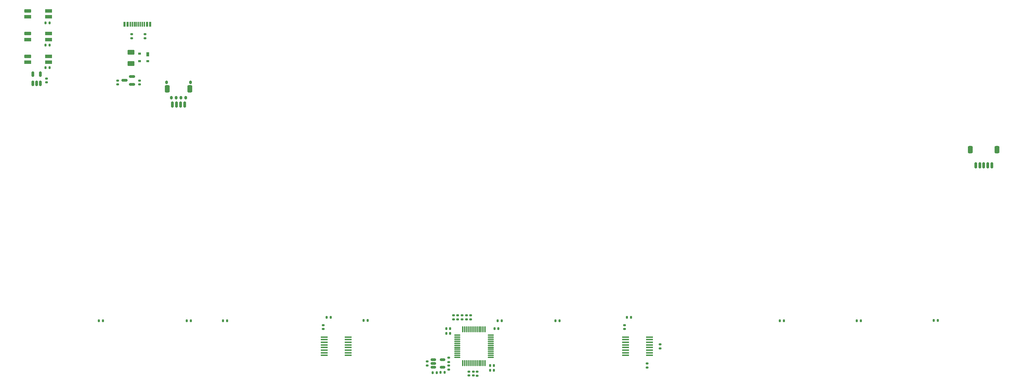
<source format=gbr>
%TF.GenerationSoftware,KiCad,Pcbnew,8.0.8*%
%TF.CreationDate,2025-03-01T16:27:26+01:00*%
%TF.ProjectId,the-nicholas-van revision,7468652d-6e69-4636-986f-6c61732d7661,rev?*%
%TF.SameCoordinates,Original*%
%TF.FileFunction,Paste,Bot*%
%TF.FilePolarity,Positive*%
%FSLAX46Y46*%
G04 Gerber Fmt 4.6, Leading zero omitted, Abs format (unit mm)*
G04 Created by KiCad (PCBNEW 8.0.8) date 2025-03-01 16:27:26*
%MOMM*%
%LPD*%
G01*
G04 APERTURE LIST*
G04 Aperture macros list*
%AMRoundRect*
0 Rectangle with rounded corners*
0 $1 Rounding radius*
0 $2 $3 $4 $5 $6 $7 $8 $9 X,Y pos of 4 corners*
0 Add a 4 corners polygon primitive as box body*
4,1,4,$2,$3,$4,$5,$6,$7,$8,$9,$2,$3,0*
0 Add four circle primitives for the rounded corners*
1,1,$1+$1,$2,$3*
1,1,$1+$1,$4,$5*
1,1,$1+$1,$6,$7*
1,1,$1+$1,$8,$9*
0 Add four rect primitives between the rounded corners*
20,1,$1+$1,$2,$3,$4,$5,0*
20,1,$1+$1,$4,$5,$6,$7,0*
20,1,$1+$1,$6,$7,$8,$9,0*
20,1,$1+$1,$8,$9,$2,$3,0*%
G04 Aperture macros list end*
%ADD10RoundRect,0.075000X0.075000X-0.662500X0.075000X0.662500X-0.075000X0.662500X-0.075000X-0.662500X0*%
%ADD11RoundRect,0.075000X0.662500X-0.075000X0.662500X0.075000X-0.662500X0.075000X-0.662500X-0.075000X0*%
%ADD12RoundRect,0.135000X-0.135000X-0.185000X0.135000X-0.185000X0.135000X0.185000X-0.135000X0.185000X0*%
%ADD13RoundRect,0.135000X0.185000X-0.135000X0.185000X0.135000X-0.185000X0.135000X-0.185000X-0.135000X0*%
%ADD14RoundRect,0.140000X0.140000X0.170000X-0.140000X0.170000X-0.140000X-0.170000X0.140000X-0.170000X0*%
%ADD15RoundRect,0.140000X-0.140000X-0.170000X0.140000X-0.170000X0.140000X0.170000X-0.140000X0.170000X0*%
%ADD16RoundRect,0.135000X-0.185000X0.135000X-0.185000X-0.135000X0.185000X-0.135000X0.185000X0.135000X0*%
%ADD17R,1.778000X0.419100*%
%ADD18RoundRect,0.150000X-0.150000X-0.625000X0.150000X-0.625000X0.150000X0.625000X-0.150000X0.625000X0*%
%ADD19RoundRect,0.250000X-0.350000X-0.650000X0.350000X-0.650000X0.350000X0.650000X-0.350000X0.650000X0*%
%ADD20RoundRect,0.135000X0.135000X0.185000X-0.135000X0.185000X-0.135000X-0.185000X0.135000X-0.185000X0*%
%ADD21R,0.700000X1.000000*%
%ADD22R,0.700000X0.600000*%
%ADD23RoundRect,0.250000X-0.625000X0.375000X-0.625000X-0.375000X0.625000X-0.375000X0.625000X0.375000X0*%
%ADD24RoundRect,0.140000X-0.170000X0.140000X-0.170000X-0.140000X0.170000X-0.140000X0.170000X0.140000X0*%
%ADD25R,1.700000X0.820000*%
%ADD26RoundRect,0.205000X0.645000X0.205000X-0.645000X0.205000X-0.645000X-0.205000X0.645000X-0.205000X0*%
%ADD27RoundRect,0.150000X-0.512500X-0.150000X0.512500X-0.150000X0.512500X0.150000X-0.512500X0.150000X0*%
%ADD28RoundRect,0.150000X0.587500X0.150000X-0.587500X0.150000X-0.587500X-0.150000X0.587500X-0.150000X0*%
%ADD29R,0.600000X1.300000*%
%ADD30R,0.300000X1.300000*%
%ADD31RoundRect,0.140000X0.170000X-0.140000X0.170000X0.140000X-0.170000X0.140000X-0.170000X-0.140000X0*%
%ADD32RoundRect,0.150000X0.150000X-0.512500X0.150000X0.512500X-0.150000X0.512500X-0.150000X-0.512500X0*%
%ADD33RoundRect,0.150000X-0.150000X-0.275000X0.150000X-0.275000X0.150000X0.275000X-0.150000X0.275000X0*%
%ADD34RoundRect,0.175000X-0.175000X-0.225000X0.175000X-0.225000X0.175000X0.225000X-0.175000X0.225000X0*%
G04 APERTURE END LIST*
D10*
%TO.C,U1*%
X143243750Y-139100000D03*
X142743750Y-139100000D03*
X142243750Y-139100000D03*
X141743750Y-139100000D03*
X141243750Y-139100000D03*
X140743750Y-139100000D03*
X140243750Y-139100000D03*
X139743750Y-139100000D03*
X139243750Y-139100000D03*
X138743750Y-139100000D03*
X138243750Y-139100000D03*
X137743750Y-139100000D03*
D11*
X136331250Y-137687500D03*
X136331250Y-137187500D03*
X136331250Y-136687500D03*
X136331250Y-136187500D03*
X136331250Y-135687500D03*
X136331250Y-135187500D03*
X136331250Y-134687500D03*
X136331250Y-134187500D03*
X136331250Y-133687500D03*
X136331250Y-133187500D03*
X136331250Y-132687500D03*
X136331250Y-132187500D03*
D10*
X137743750Y-130775000D03*
X138243750Y-130775000D03*
X138743750Y-130775000D03*
X139243750Y-130775000D03*
X139743750Y-130775000D03*
X140243750Y-130775000D03*
X140743750Y-130775000D03*
X141243750Y-130775000D03*
X141743750Y-130775000D03*
X142243750Y-130775000D03*
X142743750Y-130775000D03*
X143243750Y-130775000D03*
D11*
X144656250Y-132187500D03*
X144656250Y-132687500D03*
X144656250Y-133187500D03*
X144656250Y-133687500D03*
X144656250Y-134187500D03*
X144656250Y-134687500D03*
X144656250Y-135187500D03*
X144656250Y-135687500D03*
X144656250Y-136187500D03*
X144656250Y-136687500D03*
X144656250Y-137187500D03*
X144656250Y-137687500D03*
%TD*%
D12*
%TO.C,R10*%
X69389148Y-128587500D03*
X70409148Y-128587500D03*
%TD*%
%TO.C,R21*%
X216183750Y-128587500D03*
X217203750Y-128587500D03*
%TD*%
D13*
%TO.C,R3*%
X136485542Y-128276745D03*
X136485542Y-127256745D03*
%TD*%
D14*
%TO.C,C9*%
X35405000Y-54768750D03*
X34445000Y-54768750D03*
%TD*%
D12*
%TO.C,R23*%
X254283750Y-128577309D03*
X255303750Y-128577309D03*
%TD*%
D15*
%TO.C,C5*%
X144462500Y-140887500D03*
X145422500Y-140887500D03*
%TD*%
D16*
%TO.C,R2*%
X135421458Y-127248819D03*
X135421458Y-128268819D03*
%TD*%
%TO.C,R6*%
X55753000Y-57575000D03*
X55753000Y-58595000D03*
%TD*%
D13*
%TO.C,R5*%
X138644542Y-128286382D03*
X138644542Y-127266382D03*
%TD*%
D17*
%TO.C,U6*%
X183949340Y-132664200D03*
X183949340Y-133314440D03*
X183949340Y-133964680D03*
X183949340Y-134614920D03*
X183949340Y-135260080D03*
X183949340Y-135910320D03*
X183949340Y-136560560D03*
X183949340Y-137210800D03*
X178000660Y-137210800D03*
X178000660Y-136560560D03*
X178000660Y-135910320D03*
X178000660Y-135260080D03*
X178000660Y-134614920D03*
X178000660Y-133964680D03*
X178000660Y-133314440D03*
X178000660Y-132664200D03*
%TD*%
D18*
%TO.C,J1*%
X65843750Y-75025000D03*
X66843750Y-75025000D03*
X67843750Y-75025000D03*
X68843750Y-75025000D03*
D19*
X64543750Y-71150000D03*
X70143750Y-71150000D03*
%TD*%
D20*
%TO.C,R12*%
X105001250Y-127793750D03*
X103981250Y-127793750D03*
%TD*%
D21*
%TO.C,D1*%
X59735621Y-62604972D03*
D22*
X59735621Y-64304972D03*
X57735621Y-64304972D03*
X57735621Y-62404972D03*
%TD*%
D17*
%TO.C,U4*%
X109336840Y-132664200D03*
X109336840Y-133314440D03*
X109336840Y-133964680D03*
X109336840Y-134614920D03*
X109336840Y-135260080D03*
X109336840Y-135910320D03*
X109336840Y-136560560D03*
X109336840Y-137210800D03*
X103388160Y-137210800D03*
X103388160Y-136560560D03*
X103388160Y-135910320D03*
X103388160Y-135260080D03*
X103388160Y-134614920D03*
X103388160Y-133964680D03*
X103388160Y-133314440D03*
X103388160Y-132664200D03*
%TD*%
D18*
%TO.C,J5*%
X264700000Y-90106250D03*
X265700000Y-90106250D03*
X266700000Y-90106250D03*
X267700000Y-90106250D03*
X268700000Y-90106250D03*
D19*
X263400000Y-86231250D03*
X270000000Y-86231250D03*
%TD*%
D20*
%TO.C,R18*%
X161641250Y-128587500D03*
X160621250Y-128587500D03*
%TD*%
D12*
%TO.C,R14*%
X130297511Y-141453333D03*
X131317511Y-141453333D03*
%TD*%
D15*
%TO.C,C3*%
X144462500Y-139700000D03*
X145422500Y-139700000D03*
%TD*%
D23*
%TO.C,F_USBC1*%
X55562500Y-62100000D03*
X55562500Y-64900000D03*
%TD*%
D24*
%TO.C,C6*%
X139249142Y-141250531D03*
X139249142Y-142210531D03*
%TD*%
D25*
%TO.C,LED1*%
X35150000Y-64567500D03*
X35150000Y-63067500D03*
D26*
X30050000Y-63067500D03*
D25*
X30050000Y-64567500D03*
%TD*%
D12*
%TO.C,R11*%
X47625000Y-128587500D03*
X48645000Y-128587500D03*
%TD*%
D27*
%TO.C,U5*%
X130475000Y-140166654D03*
X130475000Y-139216654D03*
X130475000Y-138266654D03*
X132750000Y-138266654D03*
X132750000Y-140166654D03*
%TD*%
D14*
%TO.C,C11*%
X35405000Y-65859930D03*
X34445000Y-65859930D03*
%TD*%
D13*
%TO.C,R8*%
X186531250Y-135447500D03*
X186531250Y-134427500D03*
%TD*%
D25*
%TO.C,LED3*%
X35149000Y-53302500D03*
X35149000Y-51802500D03*
D26*
X30049000Y-51802500D03*
D25*
X30049000Y-53302500D03*
%TD*%
D20*
%TO.C,R13*%
X114209913Y-128577309D03*
X113189913Y-128577309D03*
%TD*%
D16*
%TO.C,R7*%
X59055000Y-57575000D03*
X59055000Y-58595000D03*
%TD*%
D12*
%TO.C,R22*%
X235233750Y-128587500D03*
X236253750Y-128587500D03*
%TD*%
D28*
%TO.C,U3*%
X55854439Y-68106250D03*
X55854439Y-70006250D03*
X53979439Y-69056250D03*
%TD*%
D24*
%TO.C,C13*%
X52313712Y-69068759D03*
X52313712Y-70028759D03*
%TD*%
D29*
%TO.C,J4*%
X53950000Y-55100000D03*
X54750000Y-55100000D03*
D30*
X55900000Y-55100000D03*
X56900000Y-55100000D03*
X57400000Y-55100000D03*
X58400000Y-55100000D03*
D29*
X59550000Y-55100000D03*
X60350000Y-55100000D03*
D30*
X58900000Y-55100000D03*
X57900000Y-55100000D03*
X56400000Y-55100000D03*
X55400000Y-55100000D03*
%TD*%
D15*
%TO.C,C1*%
X145570000Y-130575000D03*
X146530000Y-130575000D03*
%TD*%
D14*
%TO.C,C2*%
X134623750Y-131762500D03*
X133663750Y-131762500D03*
%TD*%
D13*
%TO.C,R1*%
X139700000Y-128303750D03*
X139700000Y-127283750D03*
%TD*%
D31*
%TO.C,C14*%
X57702555Y-70069871D03*
X57702555Y-69109871D03*
%TD*%
D32*
%TO.C,U2*%
X33150000Y-69747375D03*
X32200000Y-69747375D03*
X31250000Y-69747375D03*
X31250000Y-67472375D03*
X33150000Y-67472375D03*
%TD*%
D20*
%TO.C,R17*%
X179387500Y-127793750D03*
X178367500Y-127793750D03*
%TD*%
D14*
%TO.C,C10*%
X35405000Y-60325000D03*
X34445000Y-60325000D03*
%TD*%
D13*
%TO.C,R4*%
X137571488Y-128275777D03*
X137571488Y-127255777D03*
%TD*%
D25*
%TO.C,LED2*%
X35149000Y-58935000D03*
X35149000Y-57435000D03*
D26*
X30049000Y-57435000D03*
D25*
X30049000Y-58935000D03*
%TD*%
D20*
%TO.C,R19*%
X147353750Y-128587500D03*
X146333750Y-128587500D03*
%TD*%
D31*
%TO.C,C15*%
X134225200Y-140707019D03*
X134225200Y-139747019D03*
%TD*%
D24*
%TO.C,C17*%
X128937103Y-138736654D03*
X128937103Y-139696654D03*
%TD*%
D33*
%TO.C,J2*%
X65543750Y-73312500D03*
X66743750Y-73312500D03*
X67943750Y-73312500D03*
X69143750Y-73312500D03*
D34*
X64393750Y-69537500D03*
X70293750Y-69537500D03*
%TD*%
D20*
%TO.C,R9*%
X79375000Y-128587500D03*
X78355000Y-128587500D03*
%TD*%
D24*
%TO.C,C7*%
X141287500Y-141274651D03*
X141287500Y-142234651D03*
%TD*%
D16*
%TO.C,R15*%
X134244447Y-137805463D03*
X134244447Y-138825463D03*
%TD*%
D24*
%TO.C,C8*%
X140304304Y-141250531D03*
X140304304Y-142210531D03*
%TD*%
D31*
%TO.C,C16*%
X103187500Y-130655000D03*
X103187500Y-129695000D03*
%TD*%
D20*
%TO.C,R16*%
X133252900Y-141417520D03*
X132232900Y-141417520D03*
%TD*%
D31*
%TO.C,C18*%
X177800000Y-130655000D03*
X177800000Y-129695000D03*
%TD*%
D14*
%TO.C,C4*%
X134623750Y-130575000D03*
X133663750Y-130575000D03*
%TD*%
D16*
%TO.C,R20*%
X183356250Y-139190000D03*
X183356250Y-140210000D03*
%TD*%
D24*
%TO.C,C12*%
X34652000Y-68554000D03*
X34652000Y-69514000D03*
%TD*%
M02*

</source>
